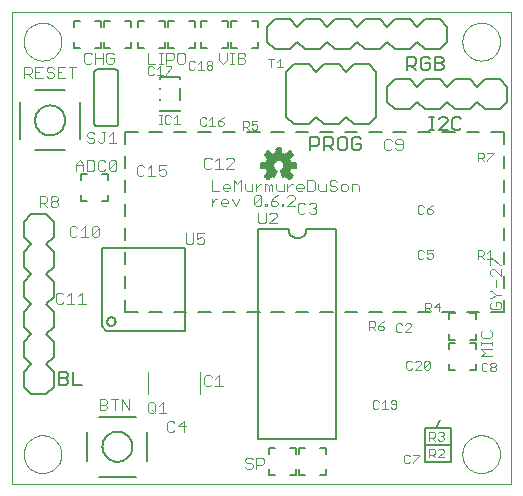
<source format=gto>
G75*
G70*
%OFA0B0*%
%FSLAX24Y24*%
%IPPOS*%
%LPD*%
%AMOC8*
5,1,8,0,0,1.08239X$1,22.5*
%
%ADD10C,0.0000*%
%ADD11C,0.0030*%
%ADD12C,0.0050*%
%ADD13C,0.0080*%
%ADD14C,0.0040*%
%ADD15C,0.0059*%
%ADD16C,0.0060*%
D10*
X000126Y000126D02*
X000126Y015872D01*
X016746Y015872D01*
X016746Y000126D01*
X000126Y000126D01*
X000496Y001126D02*
X000498Y001176D01*
X000504Y001226D01*
X000514Y001275D01*
X000528Y001323D01*
X000545Y001370D01*
X000566Y001415D01*
X000591Y001459D01*
X000619Y001500D01*
X000651Y001539D01*
X000685Y001576D01*
X000722Y001610D01*
X000762Y001640D01*
X000804Y001667D01*
X000848Y001691D01*
X000894Y001712D01*
X000941Y001728D01*
X000989Y001741D01*
X001039Y001750D01*
X001088Y001755D01*
X001139Y001756D01*
X001189Y001753D01*
X001238Y001746D01*
X001287Y001735D01*
X001335Y001720D01*
X001381Y001702D01*
X001426Y001680D01*
X001469Y001654D01*
X001510Y001625D01*
X001549Y001593D01*
X001585Y001558D01*
X001617Y001520D01*
X001647Y001480D01*
X001674Y001437D01*
X001697Y001393D01*
X001716Y001347D01*
X001732Y001299D01*
X001744Y001250D01*
X001752Y001201D01*
X001756Y001151D01*
X001756Y001101D01*
X001752Y001051D01*
X001744Y001002D01*
X001732Y000953D01*
X001716Y000905D01*
X001697Y000859D01*
X001674Y000815D01*
X001647Y000772D01*
X001617Y000732D01*
X001585Y000694D01*
X001549Y000659D01*
X001510Y000627D01*
X001469Y000598D01*
X001426Y000572D01*
X001381Y000550D01*
X001335Y000532D01*
X001287Y000517D01*
X001238Y000506D01*
X001189Y000499D01*
X001139Y000496D01*
X001088Y000497D01*
X001039Y000502D01*
X000989Y000511D01*
X000941Y000524D01*
X000894Y000540D01*
X000848Y000561D01*
X000804Y000585D01*
X000762Y000612D01*
X000722Y000642D01*
X000685Y000676D01*
X000651Y000713D01*
X000619Y000752D01*
X000591Y000793D01*
X000566Y000837D01*
X000545Y000882D01*
X000528Y000929D01*
X000514Y000977D01*
X000504Y001026D01*
X000498Y001076D01*
X000496Y001126D01*
X000496Y014876D02*
X000498Y014926D01*
X000504Y014976D01*
X000514Y015025D01*
X000528Y015073D01*
X000545Y015120D01*
X000566Y015165D01*
X000591Y015209D01*
X000619Y015250D01*
X000651Y015289D01*
X000685Y015326D01*
X000722Y015360D01*
X000762Y015390D01*
X000804Y015417D01*
X000848Y015441D01*
X000894Y015462D01*
X000941Y015478D01*
X000989Y015491D01*
X001039Y015500D01*
X001088Y015505D01*
X001139Y015506D01*
X001189Y015503D01*
X001238Y015496D01*
X001287Y015485D01*
X001335Y015470D01*
X001381Y015452D01*
X001426Y015430D01*
X001469Y015404D01*
X001510Y015375D01*
X001549Y015343D01*
X001585Y015308D01*
X001617Y015270D01*
X001647Y015230D01*
X001674Y015187D01*
X001697Y015143D01*
X001716Y015097D01*
X001732Y015049D01*
X001744Y015000D01*
X001752Y014951D01*
X001756Y014901D01*
X001756Y014851D01*
X001752Y014801D01*
X001744Y014752D01*
X001732Y014703D01*
X001716Y014655D01*
X001697Y014609D01*
X001674Y014565D01*
X001647Y014522D01*
X001617Y014482D01*
X001585Y014444D01*
X001549Y014409D01*
X001510Y014377D01*
X001469Y014348D01*
X001426Y014322D01*
X001381Y014300D01*
X001335Y014282D01*
X001287Y014267D01*
X001238Y014256D01*
X001189Y014249D01*
X001139Y014246D01*
X001088Y014247D01*
X001039Y014252D01*
X000989Y014261D01*
X000941Y014274D01*
X000894Y014290D01*
X000848Y014311D01*
X000804Y014335D01*
X000762Y014362D01*
X000722Y014392D01*
X000685Y014426D01*
X000651Y014463D01*
X000619Y014502D01*
X000591Y014543D01*
X000566Y014587D01*
X000545Y014632D01*
X000528Y014679D01*
X000514Y014727D01*
X000504Y014776D01*
X000498Y014826D01*
X000496Y014876D01*
X015121Y014876D02*
X015123Y014926D01*
X015129Y014976D01*
X015139Y015025D01*
X015153Y015073D01*
X015170Y015120D01*
X015191Y015165D01*
X015216Y015209D01*
X015244Y015250D01*
X015276Y015289D01*
X015310Y015326D01*
X015347Y015360D01*
X015387Y015390D01*
X015429Y015417D01*
X015473Y015441D01*
X015519Y015462D01*
X015566Y015478D01*
X015614Y015491D01*
X015664Y015500D01*
X015713Y015505D01*
X015764Y015506D01*
X015814Y015503D01*
X015863Y015496D01*
X015912Y015485D01*
X015960Y015470D01*
X016006Y015452D01*
X016051Y015430D01*
X016094Y015404D01*
X016135Y015375D01*
X016174Y015343D01*
X016210Y015308D01*
X016242Y015270D01*
X016272Y015230D01*
X016299Y015187D01*
X016322Y015143D01*
X016341Y015097D01*
X016357Y015049D01*
X016369Y015000D01*
X016377Y014951D01*
X016381Y014901D01*
X016381Y014851D01*
X016377Y014801D01*
X016369Y014752D01*
X016357Y014703D01*
X016341Y014655D01*
X016322Y014609D01*
X016299Y014565D01*
X016272Y014522D01*
X016242Y014482D01*
X016210Y014444D01*
X016174Y014409D01*
X016135Y014377D01*
X016094Y014348D01*
X016051Y014322D01*
X016006Y014300D01*
X015960Y014282D01*
X015912Y014267D01*
X015863Y014256D01*
X015814Y014249D01*
X015764Y014246D01*
X015713Y014247D01*
X015664Y014252D01*
X015614Y014261D01*
X015566Y014274D01*
X015519Y014290D01*
X015473Y014311D01*
X015429Y014335D01*
X015387Y014362D01*
X015347Y014392D01*
X015310Y014426D01*
X015276Y014463D01*
X015244Y014502D01*
X015216Y014543D01*
X015191Y014587D01*
X015170Y014632D01*
X015153Y014679D01*
X015139Y014727D01*
X015129Y014776D01*
X015123Y014826D01*
X015121Y014876D01*
X015121Y001126D02*
X015123Y001176D01*
X015129Y001226D01*
X015139Y001275D01*
X015153Y001323D01*
X015170Y001370D01*
X015191Y001415D01*
X015216Y001459D01*
X015244Y001500D01*
X015276Y001539D01*
X015310Y001576D01*
X015347Y001610D01*
X015387Y001640D01*
X015429Y001667D01*
X015473Y001691D01*
X015519Y001712D01*
X015566Y001728D01*
X015614Y001741D01*
X015664Y001750D01*
X015713Y001755D01*
X015764Y001756D01*
X015814Y001753D01*
X015863Y001746D01*
X015912Y001735D01*
X015960Y001720D01*
X016006Y001702D01*
X016051Y001680D01*
X016094Y001654D01*
X016135Y001625D01*
X016174Y001593D01*
X016210Y001558D01*
X016242Y001520D01*
X016272Y001480D01*
X016299Y001437D01*
X016322Y001393D01*
X016341Y001347D01*
X016357Y001299D01*
X016369Y001250D01*
X016377Y001201D01*
X016381Y001151D01*
X016381Y001101D01*
X016377Y001051D01*
X016369Y001002D01*
X016357Y000953D01*
X016341Y000905D01*
X016322Y000859D01*
X016299Y000815D01*
X016272Y000772D01*
X016242Y000732D01*
X016210Y000694D01*
X016174Y000659D01*
X016135Y000627D01*
X016094Y000598D01*
X016051Y000572D01*
X016006Y000550D01*
X015960Y000532D01*
X015912Y000517D01*
X015863Y000506D01*
X015814Y000499D01*
X015764Y000496D01*
X015713Y000497D01*
X015664Y000502D01*
X015614Y000511D01*
X015566Y000524D01*
X015519Y000540D01*
X015473Y000561D01*
X015429Y000585D01*
X015387Y000612D01*
X015347Y000642D01*
X015310Y000676D01*
X015276Y000713D01*
X015244Y000752D01*
X015216Y000793D01*
X015191Y000837D01*
X015170Y000882D01*
X015153Y000929D01*
X015139Y000977D01*
X015129Y001026D01*
X015123Y001076D01*
X015121Y001126D01*
D11*
X014504Y001209D02*
X014504Y001257D01*
X014455Y001306D01*
X014359Y001306D01*
X014310Y001257D01*
X014209Y001257D02*
X014209Y001161D01*
X014161Y001112D01*
X014016Y001112D01*
X014112Y001112D02*
X014209Y001016D01*
X014310Y001016D02*
X014504Y001209D01*
X014504Y001016D02*
X014310Y001016D01*
X014209Y001257D02*
X014161Y001306D01*
X014016Y001306D01*
X014016Y001016D01*
X013664Y001062D02*
X013471Y000869D01*
X013471Y000821D01*
X013370Y000869D02*
X013321Y000821D01*
X013225Y000821D01*
X013176Y000869D01*
X013176Y001062D01*
X013225Y001111D01*
X013321Y001111D01*
X013370Y001062D01*
X013471Y001111D02*
X013664Y001111D01*
X013664Y001062D01*
X014016Y001578D02*
X014016Y001868D01*
X014161Y001868D01*
X014209Y001820D01*
X014209Y001723D01*
X014161Y001675D01*
X014016Y001675D01*
X014112Y001675D02*
X014209Y001578D01*
X014310Y001626D02*
X014359Y001578D01*
X014455Y001578D01*
X014504Y001626D01*
X014504Y001675D01*
X014455Y001723D01*
X014407Y001723D01*
X014455Y001723D02*
X014504Y001772D01*
X014504Y001820D01*
X014455Y001868D01*
X014359Y001868D01*
X014310Y001820D01*
X012923Y002689D02*
X012923Y002882D01*
X012875Y002931D01*
X012778Y002931D01*
X012730Y002882D01*
X012730Y002834D01*
X012778Y002786D01*
X012923Y002786D01*
X012923Y002689D02*
X012875Y002641D01*
X012778Y002641D01*
X012730Y002689D01*
X012629Y002641D02*
X012435Y002641D01*
X012532Y002641D02*
X012532Y002931D01*
X012435Y002834D01*
X012334Y002882D02*
X012286Y002931D01*
X012189Y002931D01*
X012141Y002882D01*
X012141Y002689D01*
X012189Y002641D01*
X012286Y002641D01*
X012334Y002689D01*
X013305Y003946D02*
X013402Y003946D01*
X013450Y003994D01*
X013551Y003946D02*
X013745Y004139D01*
X013745Y004187D01*
X013696Y004236D01*
X013600Y004236D01*
X013551Y004187D01*
X013450Y004187D02*
X013402Y004236D01*
X013305Y004236D01*
X013257Y004187D01*
X013257Y003994D01*
X013305Y003946D01*
X013551Y003946D02*
X013745Y003946D01*
X013846Y003994D02*
X013846Y004187D01*
X013894Y004236D01*
X013991Y004236D01*
X014039Y004187D01*
X013846Y003994D01*
X013894Y003946D01*
X013991Y003946D01*
X014039Y003994D01*
X014039Y004187D01*
X013414Y005196D02*
X013221Y005196D01*
X013414Y005389D01*
X013414Y005437D01*
X013366Y005486D01*
X013269Y005486D01*
X013221Y005437D01*
X013120Y005437D02*
X013071Y005486D01*
X012975Y005486D01*
X012926Y005437D01*
X012926Y005244D01*
X012975Y005196D01*
X013071Y005196D01*
X013120Y005244D01*
X012504Y005314D02*
X012504Y005362D01*
X012455Y005411D01*
X012310Y005411D01*
X012310Y005314D01*
X012359Y005266D01*
X012455Y005266D01*
X012504Y005314D01*
X012407Y005507D02*
X012310Y005411D01*
X012209Y005411D02*
X012161Y005362D01*
X012016Y005362D01*
X012112Y005362D02*
X012209Y005266D01*
X012209Y005411D02*
X012209Y005507D01*
X012161Y005556D01*
X012016Y005556D01*
X012016Y005266D01*
X012407Y005507D02*
X012504Y005556D01*
X013891Y005891D02*
X013891Y006181D01*
X014036Y006181D01*
X014084Y006132D01*
X014084Y006036D01*
X014036Y005987D01*
X013891Y005987D01*
X013987Y005987D02*
X014084Y005891D01*
X014185Y006036D02*
X014379Y006036D01*
X014330Y005891D02*
X014330Y006181D01*
X014185Y006036D01*
X015740Y005190D02*
X015740Y005066D01*
X015802Y005004D01*
X016049Y005004D01*
X016111Y005066D01*
X016111Y005190D01*
X016049Y005251D01*
X016111Y005190D01*
X016111Y005066D01*
X016049Y005004D01*
X015802Y005004D01*
X015740Y005066D01*
X015740Y005190D01*
X015802Y005251D01*
X015740Y005190D01*
X015740Y004882D02*
X015740Y004759D01*
X015740Y004882D01*
X015740Y004821D02*
X016111Y004821D01*
X015740Y004821D01*
X015740Y004637D02*
X016111Y004637D01*
X015740Y004637D01*
X015864Y004514D01*
X015740Y004391D01*
X016111Y004391D01*
X015740Y004391D01*
X015864Y004514D01*
X015740Y004637D01*
X016111Y004759D02*
X016111Y004882D01*
X016111Y004759D01*
X016109Y004181D02*
X016205Y004181D01*
X016254Y004132D01*
X016254Y004084D01*
X016205Y004036D01*
X016109Y004036D01*
X016060Y004084D01*
X016060Y004132D01*
X016109Y004181D01*
X016109Y004036D02*
X016060Y003987D01*
X016060Y003939D01*
X016109Y003891D01*
X016205Y003891D01*
X016254Y003939D01*
X016254Y003987D01*
X016205Y004036D01*
X015959Y004132D02*
X015911Y004181D01*
X015814Y004181D01*
X015766Y004132D01*
X015766Y003939D01*
X015814Y003891D01*
X015911Y003891D01*
X015959Y003939D01*
X016114Y005953D02*
X016361Y005953D01*
X016423Y006015D01*
X016423Y006138D01*
X016361Y006200D01*
X016238Y006200D01*
X016238Y006077D01*
X016114Y006200D02*
X016053Y006138D01*
X016053Y006015D01*
X016114Y005953D01*
X016114Y006321D02*
X016238Y006445D01*
X016423Y006445D01*
X016238Y006445D02*
X016114Y006568D01*
X016053Y006568D01*
X016238Y006690D02*
X016238Y006937D01*
X016114Y007058D02*
X016053Y007120D01*
X016053Y007243D01*
X016114Y007305D01*
X016176Y007305D01*
X016423Y007058D01*
X016423Y007305D01*
X016423Y007426D02*
X016361Y007426D01*
X016114Y007673D01*
X016053Y007673D01*
X016053Y007426D01*
X016032Y007641D02*
X016032Y007931D01*
X015935Y007834D01*
X015834Y007786D02*
X015786Y007737D01*
X015641Y007737D01*
X015737Y007737D02*
X015834Y007641D01*
X015935Y007641D02*
X016129Y007641D01*
X015834Y007786D02*
X015834Y007882D01*
X015786Y007931D01*
X015641Y007931D01*
X015641Y007641D01*
X016053Y006321D02*
X016114Y006321D01*
X014129Y007689D02*
X014080Y007641D01*
X013984Y007641D01*
X013935Y007689D01*
X013935Y007786D02*
X014032Y007834D01*
X014080Y007834D01*
X014129Y007786D01*
X014129Y007689D01*
X013935Y007786D02*
X013935Y007931D01*
X014129Y007931D01*
X013834Y007882D02*
X013786Y007931D01*
X013689Y007931D01*
X013641Y007882D01*
X013641Y007689D01*
X013689Y007641D01*
X013786Y007641D01*
X013834Y007689D01*
X013786Y009141D02*
X013689Y009141D01*
X013641Y009189D01*
X013641Y009382D01*
X013689Y009431D01*
X013786Y009431D01*
X013834Y009382D01*
X013935Y009286D02*
X014080Y009286D01*
X014129Y009237D01*
X014129Y009189D01*
X014080Y009141D01*
X013984Y009141D01*
X013935Y009189D01*
X013935Y009286D01*
X014032Y009382D01*
X014129Y009431D01*
X013834Y009189D02*
X013786Y009141D01*
X015641Y010891D02*
X015641Y011181D01*
X015786Y011181D01*
X015834Y011132D01*
X015834Y011036D01*
X015786Y010987D01*
X015641Y010987D01*
X015737Y010987D02*
X015834Y010891D01*
X015935Y010891D02*
X015935Y010939D01*
X016129Y011132D01*
X016129Y011181D01*
X015935Y011181D01*
X013131Y011327D02*
X013131Y011574D01*
X013069Y011636D01*
X012946Y011636D01*
X012884Y011574D01*
X012884Y011512D01*
X012946Y011451D01*
X013131Y011451D01*
X013131Y011327D02*
X013069Y011266D01*
X012946Y011266D01*
X012884Y011327D01*
X012762Y011327D02*
X012701Y011266D01*
X012577Y011266D01*
X012516Y011327D01*
X012516Y011574D01*
X012577Y011636D01*
X012701Y011636D01*
X012762Y011574D01*
X011616Y010137D02*
X011431Y010137D01*
X011431Y009891D01*
X011309Y009952D02*
X011309Y010076D01*
X011248Y010137D01*
X011124Y010137D01*
X011063Y010076D01*
X011063Y009952D01*
X011124Y009891D01*
X011248Y009891D01*
X011309Y009952D01*
X011616Y010137D02*
X011678Y010076D01*
X011678Y009891D01*
X010941Y009952D02*
X010879Y009891D01*
X010756Y009891D01*
X010694Y009952D01*
X010573Y009891D02*
X010573Y010137D01*
X010694Y010137D02*
X010756Y010076D01*
X010879Y010076D01*
X010941Y010014D01*
X010941Y009952D01*
X010941Y010199D02*
X010879Y010261D01*
X010756Y010261D01*
X010694Y010199D01*
X010694Y010137D01*
X010573Y009891D02*
X010388Y009891D01*
X010326Y009952D01*
X010326Y010137D01*
X010205Y010199D02*
X010205Y009952D01*
X010143Y009891D01*
X009958Y009891D01*
X009958Y010261D01*
X010143Y010261D01*
X010205Y010199D01*
X009836Y010076D02*
X009836Y010014D01*
X009589Y010014D01*
X009589Y009952D02*
X009589Y010076D01*
X009651Y010137D01*
X009774Y010137D01*
X009836Y010076D01*
X009774Y009891D02*
X009651Y009891D01*
X009589Y009952D01*
X009468Y010137D02*
X009406Y010137D01*
X009282Y010014D01*
X009282Y009891D02*
X009282Y010137D01*
X009161Y010137D02*
X009161Y009891D01*
X008976Y009891D01*
X008914Y009952D01*
X008914Y010137D01*
X008793Y010076D02*
X008793Y009891D01*
X008669Y009891D02*
X008669Y010076D01*
X008731Y010137D01*
X008793Y010076D01*
X008669Y010076D02*
X008607Y010137D01*
X008546Y010137D01*
X008546Y009891D01*
X008363Y009761D02*
X008424Y009699D01*
X008177Y009452D01*
X008239Y009391D01*
X008363Y009391D01*
X008424Y009452D01*
X008424Y009699D01*
X008363Y009761D02*
X008239Y009761D01*
X008177Y009699D01*
X008177Y009452D01*
X008546Y009452D02*
X008607Y009452D01*
X008607Y009391D01*
X008546Y009391D01*
X008546Y009452D01*
X008730Y009452D02*
X008730Y009576D01*
X008915Y009576D01*
X008977Y009514D01*
X008977Y009452D01*
X008915Y009391D01*
X008792Y009391D01*
X008730Y009452D01*
X008730Y009576D02*
X008853Y009699D01*
X008977Y009761D01*
X009282Y009699D02*
X009344Y009761D01*
X009468Y009761D01*
X009529Y009699D01*
X009529Y009637D01*
X009282Y009391D01*
X009529Y009391D01*
X009641Y009449D02*
X009641Y009202D01*
X009702Y009141D01*
X009826Y009141D01*
X009887Y009202D01*
X010009Y009202D02*
X010071Y009141D01*
X010194Y009141D01*
X010256Y009202D01*
X010256Y009264D01*
X010194Y009326D01*
X010132Y009326D01*
X010194Y009326D02*
X010256Y009387D01*
X010256Y009449D01*
X010194Y009511D01*
X010071Y009511D01*
X010009Y009449D01*
X009887Y009449D02*
X009826Y009511D01*
X009702Y009511D01*
X009641Y009449D01*
X009160Y009452D02*
X009160Y009391D01*
X009098Y009391D01*
X009098Y009452D01*
X009160Y009452D01*
X008424Y010137D02*
X008362Y010137D01*
X008239Y010014D01*
X008239Y009891D02*
X008239Y010137D01*
X008117Y010137D02*
X008117Y009891D01*
X007932Y009891D01*
X007871Y009952D01*
X007871Y010137D01*
X007749Y010261D02*
X007749Y009891D01*
X007502Y009891D02*
X007502Y010261D01*
X007626Y010137D01*
X007749Y010261D01*
X007381Y010076D02*
X007381Y010014D01*
X007134Y010014D01*
X007134Y009952D02*
X007134Y010076D01*
X007196Y010137D01*
X007319Y010137D01*
X007381Y010076D01*
X007319Y009891D02*
X007196Y009891D01*
X007134Y009952D01*
X007012Y009891D02*
X006766Y009891D01*
X006766Y010261D01*
X006701Y010641D02*
X006762Y010702D01*
X006701Y010641D02*
X006577Y010641D01*
X006516Y010702D01*
X006516Y010949D01*
X006577Y011011D01*
X006701Y011011D01*
X006762Y010949D01*
X006884Y010887D02*
X007007Y011011D01*
X007007Y010641D01*
X006884Y010641D02*
X007131Y010641D01*
X007252Y010641D02*
X007499Y010887D01*
X007499Y010949D01*
X007437Y011011D01*
X007314Y011011D01*
X007252Y010949D01*
X007252Y010641D02*
X007499Y010641D01*
X007441Y009637D02*
X007564Y009391D01*
X007688Y009637D01*
X007319Y009576D02*
X007319Y009514D01*
X007073Y009514D01*
X007073Y009452D02*
X007073Y009576D01*
X007134Y009637D01*
X007258Y009637D01*
X007319Y009576D01*
X007258Y009391D02*
X007134Y009391D01*
X007073Y009452D01*
X006951Y009637D02*
X006889Y009637D01*
X006766Y009514D01*
X006766Y009391D02*
X006766Y009637D01*
X006519Y008486D02*
X006272Y008486D01*
X006272Y008301D01*
X006396Y008362D01*
X006457Y008362D01*
X006519Y008301D01*
X006519Y008177D01*
X006457Y008116D01*
X006334Y008116D01*
X006272Y008177D01*
X006151Y008177D02*
X006089Y008116D01*
X005966Y008116D01*
X005904Y008177D01*
X005904Y008486D01*
X006151Y008486D02*
X006151Y008177D01*
X005187Y010391D02*
X005064Y010391D01*
X005002Y010452D01*
X005002Y010576D02*
X005126Y010637D01*
X005187Y010637D01*
X005249Y010576D01*
X005249Y010452D01*
X005187Y010391D01*
X005002Y010576D02*
X005002Y010761D01*
X005249Y010761D01*
X004757Y010761D02*
X004757Y010391D01*
X004634Y010391D02*
X004881Y010391D01*
X004634Y010637D02*
X004757Y010761D01*
X004512Y010699D02*
X004451Y010761D01*
X004327Y010761D01*
X004266Y010699D01*
X004266Y010452D01*
X004327Y010391D01*
X004451Y010391D01*
X004512Y010452D01*
X002957Y008736D02*
X002834Y008736D01*
X002772Y008674D01*
X002772Y008427D01*
X003019Y008674D01*
X003019Y008427D01*
X002957Y008366D01*
X002834Y008366D01*
X002772Y008427D01*
X002651Y008366D02*
X002404Y008366D01*
X002527Y008366D02*
X002527Y008736D01*
X002404Y008612D01*
X002283Y008674D02*
X002221Y008736D01*
X002097Y008736D01*
X002036Y008674D01*
X002036Y008427D01*
X002097Y008366D01*
X002221Y008366D01*
X002283Y008427D01*
X002957Y008736D02*
X003019Y008674D01*
X001644Y009427D02*
X001582Y009366D01*
X001459Y009366D01*
X001397Y009427D01*
X001397Y009489D01*
X001459Y009551D01*
X001582Y009551D01*
X001644Y009489D01*
X001644Y009427D01*
X001582Y009551D02*
X001644Y009612D01*
X001644Y009674D01*
X001582Y009736D01*
X001459Y009736D01*
X001397Y009674D01*
X001397Y009612D01*
X001459Y009551D01*
X001276Y009551D02*
X001214Y009489D01*
X001029Y009489D01*
X001152Y009489D02*
X001276Y009366D01*
X001276Y009551D02*
X001276Y009674D01*
X001214Y009736D01*
X001029Y009736D01*
X001029Y009366D01*
X001640Y006511D02*
X001578Y006449D01*
X001578Y006202D01*
X001640Y006141D01*
X001763Y006141D01*
X001825Y006202D01*
X001946Y006141D02*
X002193Y006141D01*
X002315Y006141D02*
X002562Y006141D01*
X002438Y006141D02*
X002438Y006511D01*
X002315Y006387D01*
X002070Y006511D02*
X002070Y006141D01*
X001946Y006387D02*
X002070Y006511D01*
X001825Y006449D02*
X001763Y006511D01*
X001640Y006511D01*
X003041Y002961D02*
X003226Y002961D01*
X003287Y002899D01*
X003287Y002837D01*
X003226Y002776D01*
X003041Y002776D01*
X003226Y002776D02*
X003287Y002714D01*
X003287Y002652D01*
X003226Y002591D01*
X003041Y002591D01*
X003041Y002961D01*
X003409Y002961D02*
X003656Y002961D01*
X003777Y002961D02*
X004024Y002591D01*
X004024Y002961D01*
X003777Y002961D02*
X003777Y002591D01*
X003532Y002591D02*
X003532Y002961D01*
X004641Y002799D02*
X004641Y002552D01*
X004702Y002491D01*
X004826Y002491D01*
X004887Y002552D01*
X004887Y002799D01*
X004826Y002861D01*
X004702Y002861D01*
X004641Y002799D01*
X004764Y002614D02*
X004887Y002491D01*
X005009Y002491D02*
X005256Y002491D01*
X005132Y002491D02*
X005132Y002861D01*
X005009Y002737D01*
X005341Y002236D02*
X005279Y002174D01*
X005279Y001927D01*
X005341Y001866D01*
X005464Y001866D01*
X005526Y001927D01*
X005647Y002051D02*
X005894Y002051D01*
X005832Y001866D02*
X005832Y002236D01*
X005647Y002051D01*
X005526Y002174D02*
X005464Y002236D01*
X005341Y002236D01*
X006516Y003452D02*
X006577Y003391D01*
X006701Y003391D01*
X006762Y003452D01*
X006884Y003391D02*
X007131Y003391D01*
X007007Y003391D02*
X007007Y003761D01*
X006884Y003637D01*
X006762Y003699D02*
X006701Y003761D01*
X006577Y003761D01*
X006516Y003699D01*
X006516Y003452D01*
X007952Y001011D02*
X007891Y000949D01*
X007891Y000887D01*
X007952Y000826D01*
X008076Y000826D01*
X008137Y000764D01*
X008137Y000702D01*
X008076Y000641D01*
X007952Y000641D01*
X007891Y000702D01*
X008137Y000949D02*
X008076Y001011D01*
X007952Y001011D01*
X008259Y001011D02*
X008259Y000641D01*
X008259Y000764D02*
X008444Y000764D01*
X008506Y000826D01*
X008506Y000949D01*
X008444Y001011D01*
X008259Y001011D01*
X008241Y011946D02*
X008144Y011946D01*
X008096Y011994D01*
X008096Y012091D02*
X008193Y012139D01*
X008241Y012139D01*
X008289Y012091D01*
X008289Y011994D01*
X008241Y011946D01*
X008096Y012091D02*
X008096Y012236D01*
X008289Y012236D01*
X007995Y012187D02*
X007995Y012091D01*
X007946Y012042D01*
X007801Y012042D01*
X007801Y011946D02*
X007801Y012236D01*
X007946Y012236D01*
X007995Y012187D01*
X007898Y012042D02*
X007995Y011946D01*
X007164Y012119D02*
X007164Y012167D01*
X007116Y012216D01*
X006971Y012216D01*
X006971Y012119D01*
X007019Y012071D01*
X007116Y012071D01*
X007164Y012119D01*
X007068Y012312D02*
X006971Y012216D01*
X007068Y012312D02*
X007164Y012361D01*
X006773Y012361D02*
X006773Y012071D01*
X006676Y012071D02*
X006870Y012071D01*
X006676Y012264D02*
X006773Y012361D01*
X006575Y012312D02*
X006527Y012361D01*
X006430Y012361D01*
X006382Y012312D01*
X006382Y012119D01*
X006430Y012071D01*
X006527Y012071D01*
X006575Y012119D01*
X005700Y012141D02*
X005507Y012141D01*
X005603Y012141D02*
X005603Y012431D01*
X005507Y012334D01*
X005406Y012382D02*
X005357Y012431D01*
X005260Y012431D01*
X005212Y012382D01*
X005212Y012189D01*
X005260Y012141D01*
X005357Y012141D01*
X005406Y012189D01*
X005112Y012141D02*
X005016Y012141D01*
X005064Y012141D02*
X005064Y012431D01*
X005016Y012431D02*
X005112Y012431D01*
X005129Y013766D02*
X004935Y013766D01*
X005032Y013766D02*
X005032Y014056D01*
X004935Y013959D01*
X004834Y014007D02*
X004786Y014056D01*
X004689Y014056D01*
X004641Y014007D01*
X004641Y013814D01*
X004689Y013766D01*
X004786Y013766D01*
X004834Y013814D01*
X004887Y014141D02*
X004641Y014141D01*
X004641Y014511D01*
X004641Y014141D01*
X004887Y014141D01*
X005009Y014141D02*
X005132Y014141D01*
X005009Y014141D01*
X005071Y014141D02*
X005071Y014511D01*
X005071Y014141D01*
X005230Y014056D02*
X005423Y014056D01*
X005423Y014007D01*
X005230Y013814D01*
X005230Y013766D01*
X005254Y014141D02*
X005254Y014511D01*
X005440Y014511D01*
X005501Y014449D01*
X005501Y014326D01*
X005440Y014264D01*
X005254Y014264D01*
X005440Y014264D01*
X005501Y014326D01*
X005501Y014449D01*
X005440Y014511D01*
X005254Y014511D01*
X005254Y014141D01*
X005623Y014202D02*
X005623Y014449D01*
X005684Y014511D01*
X005808Y014511D01*
X005870Y014449D01*
X005870Y014202D01*
X005808Y014141D01*
X005684Y014141D01*
X005623Y014202D01*
X005684Y014141D01*
X005808Y014141D01*
X005870Y014202D01*
X005870Y014449D01*
X005808Y014511D01*
X005684Y014511D01*
X005623Y014449D01*
X005623Y014202D01*
X006007Y014187D02*
X006007Y013994D01*
X006055Y013946D01*
X006152Y013946D01*
X006200Y013994D01*
X006301Y013946D02*
X006495Y013946D01*
X006398Y013946D02*
X006398Y014236D01*
X006301Y014139D01*
X006200Y014187D02*
X006152Y014236D01*
X006055Y014236D01*
X006007Y014187D01*
X006596Y014187D02*
X006596Y014139D01*
X006644Y014091D01*
X006741Y014091D01*
X006789Y014042D01*
X006789Y013994D01*
X006741Y013946D01*
X006644Y013946D01*
X006596Y013994D01*
X006596Y014042D01*
X006644Y014091D01*
X006741Y014091D02*
X006789Y014139D01*
X006789Y014187D01*
X006741Y014236D01*
X006644Y014236D01*
X006596Y014187D01*
X007016Y014264D02*
X007139Y014141D01*
X007262Y014264D01*
X007262Y014511D01*
X007384Y014511D02*
X007507Y014511D01*
X007446Y014511D02*
X007446Y014141D01*
X007507Y014141D02*
X007384Y014141D01*
X007016Y014264D02*
X007016Y014511D01*
X007629Y014511D02*
X007629Y014141D01*
X007815Y014141D01*
X007876Y014202D01*
X007876Y014264D01*
X007815Y014326D01*
X007629Y014326D01*
X007629Y014511D02*
X007815Y014511D01*
X007876Y014449D01*
X007876Y014387D01*
X007815Y014326D01*
X008641Y014306D02*
X008834Y014306D01*
X008737Y014306D02*
X008737Y014016D01*
X008935Y014016D02*
X009129Y014016D01*
X009032Y014016D02*
X009032Y014306D01*
X008935Y014209D01*
X005132Y014511D02*
X005009Y014511D01*
X005132Y014511D01*
X003499Y014449D02*
X003437Y014511D01*
X003314Y014511D01*
X003252Y014449D01*
X003252Y014202D01*
X003314Y014141D01*
X003437Y014141D01*
X003499Y014202D01*
X003499Y014326D01*
X003376Y014326D01*
X003131Y014326D02*
X002884Y014326D01*
X002762Y014449D02*
X002701Y014511D01*
X002577Y014511D01*
X002516Y014449D01*
X002516Y014202D01*
X002577Y014141D01*
X002701Y014141D01*
X002762Y014202D01*
X002884Y014141D02*
X002884Y014511D01*
X003131Y014511D02*
X003131Y014141D01*
X002244Y014036D02*
X001997Y014036D01*
X001876Y014036D02*
X001629Y014036D01*
X001629Y013666D01*
X001876Y013666D01*
X001752Y013851D02*
X001629Y013851D01*
X001508Y013789D02*
X001508Y013727D01*
X001446Y013666D01*
X001322Y013666D01*
X001261Y013727D01*
X001139Y013666D02*
X000892Y013666D01*
X000892Y014036D01*
X001139Y014036D01*
X001261Y013974D02*
X001261Y013912D01*
X001322Y013851D01*
X001446Y013851D01*
X001508Y013789D01*
X001508Y013974D02*
X001446Y014036D01*
X001322Y014036D01*
X001261Y013974D01*
X001016Y013851D02*
X000892Y013851D01*
X000771Y013851D02*
X000771Y013974D01*
X000709Y014036D01*
X000524Y014036D01*
X000524Y013666D01*
X000524Y013789D02*
X000709Y013789D01*
X000771Y013851D01*
X000647Y013789D02*
X000771Y013666D01*
X002121Y013666D02*
X002121Y014036D01*
D12*
X003876Y011876D02*
X003876Y011470D01*
X003876Y011076D02*
X003876Y010671D01*
X003876Y010277D02*
X003876Y009872D01*
X003876Y009478D02*
X003876Y009072D01*
X003876Y008679D02*
X003876Y008273D01*
X003876Y007880D02*
X003876Y007474D01*
X003876Y007080D02*
X003876Y006675D01*
X003876Y006281D02*
X003876Y005876D01*
X004296Y005876D01*
X004689Y005876D02*
X005109Y005876D01*
X005503Y005876D02*
X005923Y005876D01*
X006317Y005876D02*
X006737Y005876D01*
X007130Y005876D02*
X007550Y005876D01*
X007944Y005876D02*
X008364Y005876D01*
X008758Y005876D02*
X009178Y005876D01*
X009571Y005876D02*
X009991Y005876D01*
X010385Y005876D02*
X010805Y005876D01*
X011199Y005876D02*
X011619Y005876D01*
X012012Y005876D02*
X012432Y005876D01*
X012826Y005876D02*
X013246Y005876D01*
X013640Y005876D02*
X014060Y005876D01*
X014453Y005876D02*
X014873Y005876D01*
X015267Y005876D02*
X015687Y005876D01*
X016081Y005876D02*
X016501Y005876D01*
X016501Y006281D01*
X016501Y006675D02*
X016501Y007080D01*
X016501Y007474D02*
X016501Y007880D01*
X016501Y008273D02*
X016501Y008679D01*
X016501Y009072D02*
X016501Y009478D01*
X016501Y009872D02*
X016501Y010277D01*
X016501Y010671D02*
X016501Y011076D01*
X016501Y011470D02*
X016501Y011876D01*
X016081Y011876D01*
X015687Y011876D02*
X015267Y011876D01*
X015093Y012001D02*
X015018Y011926D01*
X014868Y011926D01*
X014793Y012001D01*
X014793Y012301D01*
X014868Y012376D01*
X015018Y012376D01*
X015093Y012301D01*
X014633Y012301D02*
X014558Y012376D01*
X014408Y012376D01*
X014333Y012301D01*
X014176Y012376D02*
X014026Y012376D01*
X014101Y012376D02*
X014101Y011926D01*
X014060Y011876D02*
X013640Y011876D01*
X014026Y011926D02*
X014176Y011926D01*
X014333Y011926D02*
X014633Y012226D01*
X014633Y012301D01*
X014633Y011926D02*
X014333Y011926D01*
X014453Y011876D02*
X014873Y011876D01*
X013246Y011876D02*
X012826Y011876D01*
X012432Y011876D02*
X012012Y011876D01*
X011740Y011626D02*
X011665Y011701D01*
X011515Y011701D01*
X011440Y011626D01*
X011440Y011326D01*
X011515Y011251D01*
X011665Y011251D01*
X011740Y011326D01*
X011740Y011476D01*
X011590Y011476D01*
X011280Y011326D02*
X011280Y011626D01*
X011205Y011701D01*
X011055Y011701D01*
X010980Y011626D01*
X010980Y011326D01*
X011055Y011251D01*
X011205Y011251D01*
X011280Y011326D01*
X010820Y011251D02*
X010670Y011401D01*
X010745Y011401D02*
X010519Y011401D01*
X010519Y011251D02*
X010519Y011701D01*
X010745Y011701D01*
X010820Y011626D01*
X010820Y011476D01*
X010745Y011401D01*
X010359Y011476D02*
X010284Y011401D01*
X010059Y011401D01*
X010059Y011251D02*
X010059Y011701D01*
X010284Y011701D01*
X010359Y011626D01*
X010359Y011476D01*
X010385Y011876D02*
X010805Y011876D01*
X011199Y011876D02*
X011619Y011876D01*
X009991Y011876D02*
X009571Y011876D01*
X009178Y011876D02*
X008758Y011876D01*
X008364Y011876D02*
X007944Y011876D01*
X007550Y011876D02*
X007130Y011876D01*
X006737Y011876D02*
X006317Y011876D01*
X005923Y011876D02*
X005503Y011876D01*
X005109Y011876D02*
X004689Y011876D01*
X004296Y011876D02*
X003876Y011876D01*
X002141Y003881D02*
X002141Y003431D01*
X002441Y003431D01*
X001981Y003506D02*
X001906Y003431D01*
X001681Y003431D01*
X001681Y003881D01*
X001906Y003881D01*
X001981Y003806D01*
X001981Y003731D01*
X001906Y003656D01*
X001681Y003656D01*
X001906Y003656D02*
X001981Y003581D01*
X001981Y003506D01*
X013276Y013926D02*
X013276Y014376D01*
X013501Y014376D01*
X013576Y014301D01*
X013576Y014151D01*
X013501Y014076D01*
X013276Y014076D01*
X013426Y014076D02*
X013576Y013926D01*
X013736Y014001D02*
X013811Y013926D01*
X013961Y013926D01*
X014036Y014001D01*
X014036Y014151D01*
X013886Y014151D01*
X013736Y014301D02*
X013736Y014001D01*
X013736Y014301D02*
X013811Y014376D01*
X013961Y014376D01*
X014036Y014301D01*
X014196Y014376D02*
X014422Y014376D01*
X014497Y014301D01*
X014497Y014226D01*
X014422Y014151D01*
X014196Y014151D01*
X014196Y013926D02*
X014196Y014376D01*
X014422Y014151D02*
X014497Y014076D01*
X014497Y014001D01*
X014422Y013926D01*
X014196Y013926D01*
X014376Y002251D02*
X014251Y002001D01*
X013876Y002001D01*
X013876Y001438D01*
X014751Y001438D01*
X014751Y002001D01*
X014251Y002001D01*
X013876Y001438D02*
X013876Y000876D01*
X014751Y000876D01*
X014751Y001438D01*
D13*
X010926Y001626D02*
X010926Y008626D01*
X009926Y008626D01*
X009924Y008592D01*
X009918Y008559D01*
X009909Y008527D01*
X009896Y008496D01*
X009880Y008466D01*
X009861Y008439D01*
X009838Y008414D01*
X009813Y008391D01*
X009786Y008372D01*
X009756Y008356D01*
X009725Y008343D01*
X009693Y008334D01*
X009660Y008328D01*
X009626Y008326D01*
X009592Y008328D01*
X009559Y008334D01*
X009527Y008343D01*
X009496Y008356D01*
X009466Y008372D01*
X009439Y008391D01*
X009414Y008414D01*
X009391Y008439D01*
X009372Y008466D01*
X009356Y008496D01*
X009343Y008527D01*
X009334Y008559D01*
X009328Y008592D01*
X009326Y008626D01*
X008326Y008626D01*
X008326Y001626D01*
X010926Y001626D01*
X004626Y001864D02*
X004626Y000887D01*
X004232Y000376D02*
X003019Y000376D01*
X002626Y000887D02*
X002626Y001876D01*
X003019Y002376D02*
X004232Y002376D01*
X003126Y001376D02*
X003128Y001420D01*
X003134Y001464D01*
X003144Y001507D01*
X003157Y001549D01*
X003174Y001590D01*
X003195Y001629D01*
X003219Y001666D01*
X003246Y001701D01*
X003276Y001733D01*
X003309Y001763D01*
X003345Y001789D01*
X003382Y001813D01*
X003422Y001832D01*
X003463Y001849D01*
X003506Y001861D01*
X003549Y001870D01*
X003593Y001875D01*
X003637Y001876D01*
X003681Y001873D01*
X003725Y001866D01*
X003768Y001855D01*
X003810Y001841D01*
X003850Y001823D01*
X003889Y001801D01*
X003925Y001777D01*
X003959Y001749D01*
X003991Y001718D01*
X004020Y001684D01*
X004046Y001648D01*
X004068Y001610D01*
X004087Y001570D01*
X004102Y001528D01*
X004114Y001486D01*
X004122Y001442D01*
X004126Y001398D01*
X004126Y001354D01*
X004122Y001310D01*
X004114Y001266D01*
X004102Y001224D01*
X004087Y001182D01*
X004068Y001142D01*
X004046Y001104D01*
X004020Y001068D01*
X003991Y001034D01*
X003959Y001003D01*
X003925Y000975D01*
X003889Y000951D01*
X003850Y000929D01*
X003810Y000911D01*
X003768Y000897D01*
X003725Y000886D01*
X003681Y000879D01*
X003637Y000876D01*
X003593Y000877D01*
X003549Y000882D01*
X003506Y000891D01*
X003463Y000903D01*
X003422Y000920D01*
X003382Y000939D01*
X003345Y000963D01*
X003309Y000989D01*
X003276Y001019D01*
X003246Y001051D01*
X003219Y001086D01*
X003195Y001123D01*
X003174Y001162D01*
X003157Y001203D01*
X003144Y001245D01*
X003134Y001288D01*
X003128Y001332D01*
X003126Y001376D01*
X001251Y003126D02*
X001501Y003376D01*
X001501Y003876D01*
X001251Y004126D01*
X001501Y004376D01*
X001501Y004876D01*
X001251Y005126D01*
X001501Y005376D01*
X001501Y005876D01*
X001251Y006126D01*
X001501Y006376D01*
X001501Y006876D01*
X001251Y007126D01*
X001501Y007376D01*
X001501Y007876D01*
X001251Y008126D01*
X001501Y008376D01*
X001501Y008876D01*
X001251Y009126D01*
X000751Y009126D01*
X000501Y008876D01*
X000501Y008376D01*
X000751Y008126D01*
X000501Y007876D01*
X000501Y007376D01*
X000751Y007126D01*
X000501Y006876D01*
X000501Y006376D01*
X000751Y006126D01*
X000501Y005876D01*
X000501Y005376D01*
X000751Y005126D01*
X000501Y004876D01*
X000501Y004376D01*
X000751Y004126D01*
X000501Y003876D01*
X000501Y003376D01*
X000751Y003126D01*
X001251Y003126D01*
X000876Y011251D02*
X001864Y011251D01*
X002376Y011644D02*
X002376Y012857D01*
X001864Y013251D02*
X000887Y013251D01*
X000376Y012857D02*
X000376Y011644D01*
X000876Y012251D02*
X000878Y012295D01*
X000884Y012339D01*
X000894Y012382D01*
X000907Y012424D01*
X000924Y012465D01*
X000945Y012504D01*
X000969Y012541D01*
X000996Y012576D01*
X001026Y012608D01*
X001059Y012638D01*
X001095Y012664D01*
X001132Y012688D01*
X001172Y012707D01*
X001213Y012724D01*
X001256Y012736D01*
X001299Y012745D01*
X001343Y012750D01*
X001387Y012751D01*
X001431Y012748D01*
X001475Y012741D01*
X001518Y012730D01*
X001560Y012716D01*
X001600Y012698D01*
X001639Y012676D01*
X001675Y012652D01*
X001709Y012624D01*
X001741Y012593D01*
X001770Y012559D01*
X001796Y012523D01*
X001818Y012485D01*
X001837Y012445D01*
X001852Y012403D01*
X001864Y012361D01*
X001872Y012317D01*
X001876Y012273D01*
X001876Y012229D01*
X001872Y012185D01*
X001864Y012141D01*
X001852Y012099D01*
X001837Y012057D01*
X001818Y012017D01*
X001796Y011979D01*
X001770Y011943D01*
X001741Y011909D01*
X001709Y011878D01*
X001675Y011850D01*
X001639Y011826D01*
X001600Y011804D01*
X001560Y011786D01*
X001518Y011772D01*
X001475Y011761D01*
X001431Y011754D01*
X001387Y011751D01*
X001343Y011752D01*
X001299Y011757D01*
X001256Y011766D01*
X001213Y011778D01*
X001172Y011795D01*
X001132Y011814D01*
X001095Y011838D01*
X001059Y011864D01*
X001026Y011894D01*
X000996Y011926D01*
X000969Y011961D01*
X000945Y011998D01*
X000924Y012037D01*
X000907Y012078D01*
X000894Y012120D01*
X000884Y012163D01*
X000878Y012207D01*
X000876Y012251D01*
D14*
X002247Y010811D02*
X002367Y010931D01*
X002488Y010811D01*
X002488Y010571D01*
X002616Y010571D02*
X002796Y010571D01*
X002856Y010631D01*
X002856Y010871D01*
X002796Y010931D01*
X002616Y010931D01*
X002616Y010571D01*
X002488Y010751D02*
X002247Y010751D01*
X002247Y010811D02*
X002247Y010571D01*
X002984Y010631D02*
X003044Y010571D01*
X003164Y010571D01*
X003224Y010631D01*
X003352Y010631D02*
X003592Y010871D01*
X003592Y010631D01*
X003532Y010571D01*
X003412Y010571D01*
X003352Y010631D01*
X003352Y010871D01*
X003412Y010931D01*
X003532Y010931D01*
X003592Y010871D01*
X003224Y010871D02*
X003164Y010931D01*
X003044Y010931D01*
X002984Y010871D01*
X002984Y010631D01*
X003044Y011496D02*
X003104Y011496D01*
X003164Y011556D01*
X003164Y011856D01*
X003104Y011856D02*
X003224Y011856D01*
X003352Y011736D02*
X003472Y011856D01*
X003472Y011496D01*
X003352Y011496D02*
X003592Y011496D01*
X003044Y011496D02*
X002984Y011556D01*
X002856Y011556D02*
X002796Y011496D01*
X002676Y011496D01*
X002616Y011556D01*
X002676Y011676D02*
X002616Y011736D01*
X002616Y011796D01*
X002676Y011856D01*
X002796Y011856D01*
X002856Y011796D01*
X002796Y011676D02*
X002856Y011616D01*
X002856Y011556D01*
X002796Y011676D02*
X002676Y011676D01*
X008321Y009181D02*
X008321Y008881D01*
X008381Y008821D01*
X008501Y008821D01*
X008561Y008881D01*
X008561Y009181D01*
X008689Y009121D02*
X008749Y009181D01*
X008869Y009181D01*
X008929Y009121D01*
X008929Y009061D01*
X008689Y008821D01*
X008929Y008821D01*
X006367Y003875D02*
X006367Y003127D01*
X004634Y003127D02*
X004634Y003875D01*
D15*
X008637Y010285D02*
X008535Y010387D01*
X008656Y010535D01*
X008625Y010595D01*
X008605Y010659D01*
X008414Y010679D01*
X008414Y010823D01*
X008605Y010842D01*
X008625Y010906D01*
X008656Y010966D01*
X008535Y011114D01*
X008637Y011216D01*
X008785Y011095D01*
X008845Y011126D01*
X008909Y011146D01*
X008929Y011337D01*
X009073Y011337D01*
X009092Y011146D01*
X009156Y011126D01*
X009216Y011095D01*
X009364Y011216D01*
X009466Y011114D01*
X009345Y010966D01*
X009376Y010906D01*
X009396Y010842D01*
X009587Y010823D01*
X009587Y010679D01*
X009396Y010659D01*
X009376Y010595D01*
X009345Y010535D01*
X009466Y010387D01*
X009364Y010285D01*
X009216Y010406D01*
X009156Y010375D01*
X009071Y010580D01*
X009110Y010602D01*
X009142Y010632D01*
X009166Y010669D01*
X009181Y010711D01*
X009185Y010755D01*
X009179Y010798D01*
X009162Y010839D01*
X009137Y010875D01*
X009103Y010904D01*
X009064Y010924D01*
X009021Y010934D01*
X008976Y010934D01*
X008934Y010923D01*
X008895Y010902D01*
X008862Y010872D01*
X008837Y010836D01*
X008821Y010794D01*
X008816Y010751D01*
X008821Y010708D01*
X008836Y010667D01*
X008860Y010631D01*
X008892Y010601D01*
X008930Y010580D01*
X008845Y010375D01*
X008785Y010406D01*
X008637Y010285D01*
X008609Y010313D02*
X008671Y010313D01*
X008742Y010370D02*
X008552Y010370D01*
X008569Y010428D02*
X008867Y010428D01*
X008891Y010486D02*
X008616Y010486D01*
X008652Y010543D02*
X008915Y010543D01*
X008893Y010601D02*
X008624Y010601D01*
X008605Y010658D02*
X008842Y010658D01*
X008820Y010716D02*
X008414Y010716D01*
X008414Y010773D02*
X008819Y010773D01*
X008835Y010831D02*
X008496Y010831D01*
X008620Y010888D02*
X008880Y010888D01*
X008832Y011119D02*
X009170Y011119D01*
X009245Y011119D02*
X009461Y011119D01*
X009423Y011061D02*
X008579Y011061D01*
X008540Y011119D02*
X008756Y011119D01*
X008686Y011176D02*
X008597Y011176D01*
X008625Y011004D02*
X009376Y011004D01*
X009355Y010946D02*
X008646Y010946D01*
X008912Y011176D02*
X009089Y011176D01*
X009083Y011234D02*
X008918Y011234D01*
X008924Y011291D02*
X009077Y011291D01*
X009315Y011176D02*
X009404Y011176D01*
X009381Y010888D02*
X009121Y010888D01*
X009166Y010831D02*
X009505Y010831D01*
X009587Y010773D02*
X009182Y010773D01*
X009181Y010716D02*
X009587Y010716D01*
X009396Y010658D02*
X009159Y010658D01*
X009108Y010601D02*
X009377Y010601D01*
X009349Y010543D02*
X009087Y010543D01*
X009110Y010486D02*
X009386Y010486D01*
X009433Y010428D02*
X009134Y010428D01*
X009260Y010370D02*
X009449Y010370D01*
X009392Y010313D02*
X009330Y010313D01*
D16*
X009501Y012126D02*
X009251Y012376D01*
X009251Y013876D01*
X009501Y014126D01*
X010001Y014126D01*
X010251Y013876D01*
X010501Y014126D01*
X011001Y014126D01*
X011251Y013876D01*
X011501Y014126D01*
X012001Y014126D01*
X012251Y013876D01*
X012251Y012376D01*
X012001Y012126D01*
X011501Y012126D01*
X011251Y012376D01*
X011001Y012126D01*
X010501Y012126D01*
X010251Y012376D01*
X010001Y012126D01*
X009501Y012126D01*
X009376Y014626D02*
X008876Y014626D01*
X008626Y014876D01*
X008626Y015376D01*
X008876Y015626D01*
X009376Y015626D01*
X009626Y015376D01*
X009876Y015626D01*
X010376Y015626D01*
X010626Y015376D01*
X010876Y015626D01*
X011376Y015626D01*
X011626Y015376D01*
X011876Y015626D01*
X012376Y015626D01*
X012626Y015376D01*
X012876Y015626D01*
X013376Y015626D01*
X013626Y015376D01*
X013876Y015626D01*
X014376Y015626D01*
X014626Y015376D01*
X014626Y014876D01*
X014376Y014626D01*
X013876Y014626D01*
X013626Y014876D01*
X013376Y014626D01*
X012876Y014626D01*
X012626Y014876D01*
X012376Y014626D01*
X011876Y014626D01*
X011626Y014876D01*
X011376Y014626D01*
X010876Y014626D01*
X010626Y014876D01*
X010376Y014626D01*
X009876Y014626D01*
X009626Y014876D01*
X009376Y014626D01*
X008326Y014676D02*
X008126Y014676D01*
X008326Y014676D02*
X008326Y014876D01*
X008326Y015376D02*
X008326Y015576D01*
X008126Y015576D01*
X007626Y015576D02*
X007426Y015576D01*
X007426Y015376D01*
X007326Y015376D02*
X007326Y015576D01*
X007126Y015576D01*
X006626Y015576D02*
X006426Y015576D01*
X006426Y015376D01*
X006201Y015376D02*
X006201Y015576D01*
X006001Y015576D01*
X005501Y015576D02*
X005301Y015576D01*
X005301Y015376D01*
X005201Y015376D02*
X005201Y015576D01*
X005001Y015576D01*
X004501Y015576D02*
X004301Y015576D01*
X004301Y015376D01*
X004076Y015376D02*
X004076Y015576D01*
X003876Y015576D01*
X003376Y015576D02*
X003176Y015576D01*
X003176Y015376D01*
X003076Y015376D02*
X003076Y015576D01*
X002876Y015576D01*
X002376Y015576D02*
X002176Y015576D01*
X002176Y015376D01*
X002176Y014876D02*
X002176Y014676D01*
X002376Y014676D01*
X002876Y014676D02*
X003076Y014676D01*
X003076Y014876D01*
X003176Y014876D02*
X003176Y014676D01*
X003376Y014676D01*
X003876Y014676D02*
X004076Y014676D01*
X004076Y014876D01*
X004301Y014876D02*
X004301Y014676D01*
X004501Y014676D01*
X005001Y014676D02*
X005201Y014676D01*
X005201Y014876D01*
X005301Y014876D02*
X005301Y014676D01*
X005501Y014676D01*
X006001Y014676D02*
X006201Y014676D01*
X006201Y014876D01*
X006426Y014876D02*
X006426Y014676D01*
X006626Y014676D01*
X007126Y014676D02*
X007326Y014676D01*
X007326Y014876D01*
X007426Y014876D02*
X007426Y014676D01*
X007626Y014676D01*
X005694Y013685D02*
X005694Y013648D01*
X005694Y013685D02*
X005057Y013685D01*
X005057Y013648D01*
X005057Y013331D02*
X005057Y013294D01*
X005057Y012957D02*
X005057Y012920D01*
X005057Y012603D02*
X005057Y012566D01*
X005694Y012566D01*
X005694Y012603D01*
X005694Y012920D02*
X005694Y013331D01*
X003651Y013851D02*
X003651Y012151D01*
X003649Y012134D01*
X003645Y012117D01*
X003638Y012101D01*
X003628Y012087D01*
X003615Y012074D01*
X003601Y012064D01*
X003585Y012057D01*
X003568Y012053D01*
X003551Y012051D01*
X002951Y012051D01*
X002934Y012053D01*
X002917Y012057D01*
X002901Y012064D01*
X002887Y012074D01*
X002874Y012087D01*
X002864Y012101D01*
X002857Y012117D01*
X002853Y012134D01*
X002851Y012151D01*
X002851Y013851D01*
X002853Y013868D01*
X002857Y013885D01*
X002864Y013901D01*
X002874Y013915D01*
X002887Y013928D01*
X002901Y013938D01*
X002917Y013945D01*
X002934Y013949D01*
X002951Y013951D01*
X003551Y013951D01*
X003568Y013949D01*
X003585Y013945D01*
X003601Y013938D01*
X003615Y013928D01*
X003628Y013915D01*
X003638Y013901D01*
X003645Y013885D01*
X003649Y013868D01*
X003651Y013851D01*
X003326Y010451D02*
X003126Y010451D01*
X003326Y010451D02*
X003326Y010251D01*
X003326Y009751D02*
X003326Y009551D01*
X003126Y009551D01*
X002626Y009551D02*
X002426Y009551D01*
X002426Y009751D01*
X002426Y010251D02*
X002426Y010451D01*
X002626Y010451D01*
X003121Y008006D02*
X003121Y005385D01*
X003260Y005246D01*
X005881Y005246D01*
X005881Y008006D01*
X003121Y008006D01*
X003280Y005546D02*
X003282Y005569D01*
X003288Y005592D01*
X003297Y005613D01*
X003310Y005633D01*
X003326Y005650D01*
X003344Y005664D01*
X003364Y005675D01*
X003386Y005683D01*
X003409Y005687D01*
X003433Y005687D01*
X003456Y005683D01*
X003478Y005675D01*
X003498Y005664D01*
X003516Y005650D01*
X003532Y005633D01*
X003545Y005613D01*
X003554Y005592D01*
X003560Y005569D01*
X003562Y005546D01*
X003560Y005523D01*
X003554Y005500D01*
X003545Y005479D01*
X003532Y005459D01*
X003516Y005442D01*
X003498Y005428D01*
X003478Y005417D01*
X003456Y005409D01*
X003433Y005405D01*
X003409Y005405D01*
X003386Y005409D01*
X003364Y005417D01*
X003344Y005428D01*
X003326Y005442D01*
X003310Y005459D01*
X003297Y005479D01*
X003288Y005500D01*
X003282Y005523D01*
X003280Y005546D01*
X008676Y001326D02*
X008676Y001126D01*
X008676Y001326D02*
X008876Y001326D01*
X009376Y001326D02*
X009576Y001326D01*
X009576Y001126D01*
X009676Y001126D02*
X009676Y001326D01*
X009876Y001326D01*
X010376Y001326D02*
X010576Y001326D01*
X010576Y001126D01*
X010576Y000626D02*
X010576Y000426D01*
X010376Y000426D01*
X009876Y000426D02*
X009676Y000426D01*
X009676Y000626D01*
X009576Y000626D02*
X009576Y000426D01*
X009376Y000426D01*
X008876Y000426D02*
X008676Y000426D01*
X008676Y000626D01*
X014676Y003926D02*
X014876Y003926D01*
X014676Y003926D02*
X014676Y004126D01*
X014676Y004626D02*
X014676Y004826D01*
X014876Y004826D01*
X014876Y004926D02*
X014676Y004926D01*
X014676Y005126D01*
X014676Y005626D02*
X014676Y005826D01*
X014876Y005826D01*
X015376Y005826D02*
X015576Y005826D01*
X015576Y005626D01*
X015576Y005126D02*
X015576Y004926D01*
X015376Y004926D01*
X015376Y004826D02*
X015576Y004826D01*
X015576Y004626D01*
X015576Y004126D02*
X015576Y003926D01*
X015376Y003926D01*
X015376Y012626D02*
X014876Y012626D01*
X014626Y012876D01*
X014376Y012626D01*
X013876Y012626D01*
X013626Y012876D01*
X013376Y012626D01*
X012876Y012626D01*
X012626Y012876D01*
X012626Y013376D01*
X012876Y013626D01*
X013376Y013626D01*
X013626Y013376D01*
X013876Y013626D01*
X014376Y013626D01*
X014626Y013376D01*
X014876Y013626D01*
X015376Y013626D01*
X015626Y013376D01*
X015876Y013626D01*
X016376Y013626D01*
X016626Y013376D01*
X016626Y012876D01*
X016376Y012626D01*
X015876Y012626D01*
X015626Y012876D01*
X015376Y012626D01*
M02*

</source>
